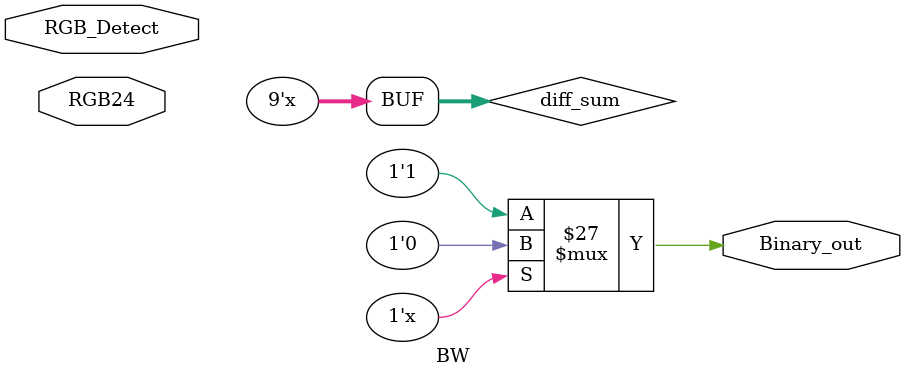
<source format=v>
`timescale 1ns / 1ps
module BW(
input [23:0] RGB24,
input [23:0] RGB_Detect,
output reg Binary_out
);

reg [7:0] R_diff;
reg [7:0] G_diff;
reg [7:0] B_diff;
reg [8:0] diff_sum;

always@(*) begin
	
	//different for each channel
	//Hue
	if(RGB24[23:16] > RGB_Detect[23:16])
		R_diff <= RGB24[23:16] - RGB_Detect[23:16];
	else
		R_diff <= RGB_Detect[23:16] - RGB24[23:16];
	//Saturation
	if(RGB24[15:8] > RGB_Detect[15:8])
		G_diff <= RGB24[15:8] - RGB_Detect[15:8];
	else
		G_diff <= RGB_Detect[15:8] - RGB24[15:8];
	//Value
	if(RGB24[7:0] > RGB_Detect[7:0])
		B_diff <= RGB24[7:0] - RGB_Detect[7:0];
	else
		B_diff <= RGB_Detect[7:0] - RGB24[7:0];
		

        diff_sum <= R_diff/4 + G_diff/4+ B_diff/4;
        
       //  threshold
        if(diff_sum > 34|| R_diff/2 > 15||  G_diff/4 > 15 || B_diff/4 >15)
            Binary_out <= 0;
        else
            Binary_out <= 1;


end

endmodule

</source>
